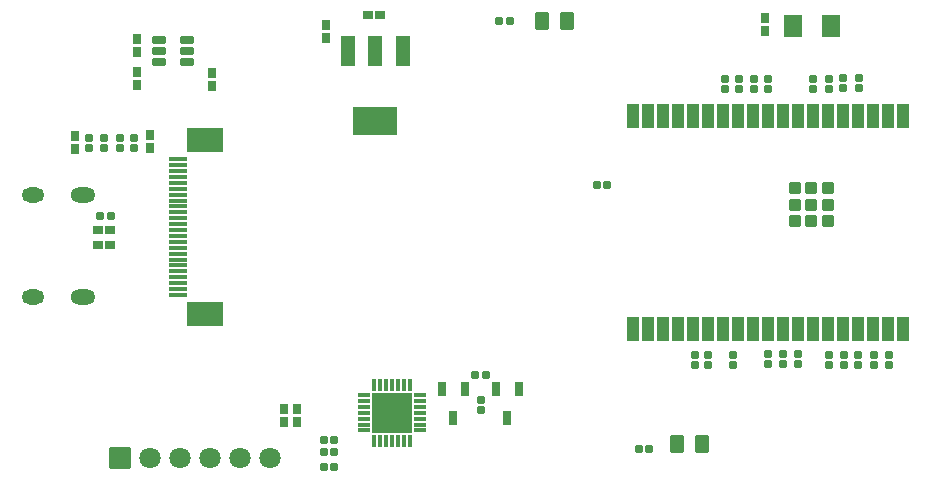
<source format=gts>
G04 Layer: TopSolderMaskLayer*
G04 EasyEDA v6.5.23, 2023-05-27 11:47:03*
G04 dba0e08a7a4f4acbaa45d03accf02bcc,0a61cb7f7b51421fbede6d33e3e5ec82,10*
G04 Gerber Generator version 0.2*
G04 Scale: 100 percent, Rotated: No, Reflected: No *
G04 Dimensions in inches *
G04 leading zeros omitted , absolute positions ,3 integer and 6 decimal *
%FSLAX36Y36*%
%MOIN*%

%AMMACRO1*1,1,$1,$2,$3*1,1,$1,$4,$5*1,1,$1,0-$2,0-$3*1,1,$1,0-$4,0-$5*20,1,$1,$2,$3,$4,$5,0*20,1,$1,$4,$5,0-$2,0-$3,0*20,1,$1,0-$2,0-$3,0-$4,0-$5,0*20,1,$1,0-$4,0-$5,$2,$3,0*4,1,4,$2,$3,$4,$5,0-$2,0-$3,0-$4,0-$5,$2,$3,0*%
%ADD10O,0.074866X0.051244000000000005*%
%ADD11O,0.08274000000000001X0.051244000000000005*%
%ADD12MACRO1,0.004X0.0106X-0.0111X-0.0106X-0.0111*%
%ADD13MACRO1,0.004X0.0106X0.0111X-0.0106X0.0111*%
%ADD14MACRO1,0.004X0.0295X0.0059X0.0295X-0.0059*%
%ADD15MACRO1,0.004X0.0591X0.0394X0.0591X-0.0394*%
%ADD16R,0.1221X0.0827*%
%ADD17MACRO1,0.004X0.0197X-0.0275X-0.0197X-0.0275*%
%ADD18MACRO1,0.004X-0.0111X-0.0106X-0.0111X0.0106*%
%ADD19MACRO1,0.004X0.0111X-0.0106X0.0111X0.0106*%
%ADD20MACRO1,0.004X-0.0106X0.0156X0.0106X0.0156*%
%ADD21MACRO1,0.004X-0.0106X-0.0156X0.0106X-0.0156*%
%ADD22MACRO1,0.004X-0.0156X-0.0106X-0.0156X0.0106*%
%ADD23MACRO1,0.004X0.0156X-0.0106X0.0156X0.0106*%
%ADD24MACRO1,0.004X0.0106X-0.0156X-0.0106X-0.0156*%
%ADD25MACRO1,0.004X0.0106X0.0156X-0.0106X0.0156*%
%ADD26MACRO1,0.004X0.0156X0.0106X0.0156X-0.0106*%
%ADD27MACRO1,0.004X-0.0156X0.0106X-0.0156X-0.0106*%
%ADD28MACRO1,0.004X-0.0292X-0.034X-0.0292X0.034*%
%ADD29MACRO1,0.004X0.0292X-0.034X0.0292X0.034*%
%ADD30MACRO1,0.004X-0.0335X0.0335X0.0335X0.0335*%
%ADD31C,0.0709*%
%ADD32MACRO1,0.004X-0.0118X-0.0211X-0.0118X0.0211*%
%ADD33MACRO1,0.004X0.0111X0.0106X0.0111X-0.0106*%
%ADD34MACRO1,0.004X-0.0111X0.0106X-0.0111X-0.0106*%
%ADD35MACRO1,0.004X-0.0106X0.0111X0.0106X0.0111*%
%ADD36MACRO1,0.004X-0.0106X-0.0111X0.0106X-0.0111*%
%ADD37MACRO1,0.004X0.0177X0.0394X0.0177X-0.0394*%
%ADD38MACRO1,0.004X0.0177X0.0177X0.0177X-0.0177*%
%ADD39MACRO1,0.004X-0.0217X-0.0492X-0.0217X0.0492*%
%ADD40MACRO1,0.004X-0.0709X0.0461X0.0709X0.0461*%
%ADD41MACRO1,0.004X-0.0178X0.0055X0.0178X0.0055*%
%ADD42MACRO1,0.004X-0.0055X0.0178X0.0055X0.0178*%
%ADD43MACRO1,0.004X-0.0659X0.0659X0.0659X0.0659*%
%ADD44MACRO1,0.004X-0.0211X-0.0105X-0.0211X0.0105*%
%ADD45C,0.0102*%

%LPD*%
D10*
G01*
X324920Y1694920D03*
G01*
X324920Y2035079D03*
D11*
G01*
X489490Y2035079D03*
G01*
X489490Y1694920D03*
D12*
G01*
X2775000Y2422040D03*
D13*
G01*
X2775000Y2387959D03*
D12*
G01*
X2629000Y2422040D03*
D13*
G01*
X2629000Y2387959D03*
D12*
G01*
X2726999Y2422040D03*
D13*
G01*
X2726999Y2387959D03*
D12*
G01*
X2675999Y2422040D03*
D13*
G01*
X2675999Y2387959D03*
D14*
G01*
X806560Y2155181D03*
G01*
X806560Y2135515D03*
G01*
X806560Y2115834D03*
G01*
X806560Y2096144D03*
G01*
X806560Y2076465D03*
G01*
X806560Y2056775D03*
G01*
X806560Y2037094D03*
G01*
X806560Y2017404D03*
G01*
X806560Y1997725D03*
G01*
X806560Y1978034D03*
G01*
X806560Y1958354D03*
G01*
X806560Y1938665D03*
G01*
X806560Y1918985D03*
G01*
X806560Y1899294D03*
G01*
X806510Y1879764D03*
G01*
X806529Y1859950D03*
G01*
X806574Y1840249D03*
G01*
X806560Y1820580D03*
G01*
X806560Y1800899D03*
G01*
X806439Y1781130D03*
G01*
X806439Y1761429D03*
G01*
X806439Y1741760D03*
G01*
X806439Y1722059D03*
G01*
X806439Y1702369D03*
D15*
G01*
X895304Y2220374D03*
D16*
G01*
X895559Y1637620D03*
D17*
G01*
X2020649Y2617000D03*
G01*
X2103350Y2617000D03*
G01*
X2470649Y1207000D03*
G01*
X2553350Y1207000D03*
D18*
G01*
X1912040Y2615000D03*
D19*
G01*
X1877959Y2615000D03*
D18*
G01*
X2377040Y1190000D03*
D19*
G01*
X2342959Y1190000D03*
D20*
G01*
X1205000Y1278541D03*
D21*
G01*
X1205000Y1321458D03*
D22*
G01*
X581458Y1920000D03*
D23*
G01*
X538541Y1920000D03*
D20*
G01*
X465000Y2188541D03*
D21*
G01*
X465000Y2231459D03*
D24*
G01*
X2765000Y2626459D03*
D25*
G01*
X2765000Y2583541D03*
D20*
G01*
X1300000Y2558541D03*
D21*
G01*
X1300000Y2601459D03*
D26*
G01*
X1438540Y2635000D03*
D27*
G01*
X1481459Y2635000D03*
D20*
G01*
X1160000Y1278541D03*
D21*
G01*
X1160000Y1321458D03*
D20*
G01*
X670000Y2403541D03*
D21*
G01*
X670000Y2446459D03*
D24*
G01*
X670000Y2556459D03*
D25*
G01*
X670000Y2513541D03*
D24*
G01*
X920000Y2441459D03*
D25*
G01*
X920000Y2398541D03*
D20*
G01*
X715000Y2193541D03*
D21*
G01*
X715000Y2236459D03*
D22*
G01*
X581458Y1870000D03*
D23*
G01*
X538541Y1870000D03*
D28*
G01*
X2982696Y2600000D03*
D29*
G01*
X2857303Y2600000D03*
D30*
G01*
X615000Y1160000D03*
D31*
G01*
X715000Y1160000D03*
G01*
X815000Y1160000D03*
G01*
X915000Y1160000D03*
G01*
X1015000Y1160000D03*
G01*
X1115000Y1160000D03*
D32*
G01*
X1762399Y1388622D03*
G01*
X1687600Y1388622D03*
G01*
X1725000Y1291377D03*
G01*
X1942399Y1388622D03*
G01*
X1867600Y1388622D03*
G01*
X1905000Y1291377D03*
D33*
G01*
X1292959Y1130000D03*
D34*
G01*
X1327040Y1130000D03*
D18*
G01*
X1327040Y1220000D03*
D19*
G01*
X1292959Y1220000D03*
D18*
G01*
X1327040Y1180000D03*
D19*
G01*
X1292959Y1180000D03*
D35*
G01*
X3075000Y1468959D03*
D36*
G01*
X3075000Y1503040D03*
D35*
G01*
X3026999Y1468959D03*
D36*
G01*
X3026999Y1503040D03*
D33*
G01*
X1797959Y1435000D03*
D34*
G01*
X1832040Y1435000D03*
D12*
G01*
X1815999Y1352040D03*
D13*
G01*
X1815999Y1317959D03*
D33*
G01*
X2203959Y2067999D03*
D34*
G01*
X2238040Y2067999D03*
D35*
G01*
X3176999Y1468959D03*
D36*
G01*
X3176999Y1503040D03*
D35*
G01*
X2658000Y1468959D03*
D36*
G01*
X2658000Y1503040D03*
D35*
G01*
X3125999Y1469959D03*
D36*
G01*
X3125999Y1504040D03*
D35*
G01*
X2975999Y1468959D03*
D36*
G01*
X2975999Y1503040D03*
D35*
G01*
X2775000Y1471959D03*
D36*
G01*
X2775000Y1506040D03*
D12*
G01*
X3076999Y2425040D03*
D13*
G01*
X3076999Y2390959D03*
D12*
G01*
X3024000Y2425040D03*
D13*
G01*
X3024000Y2390959D03*
D12*
G01*
X2976999Y2424040D03*
D13*
G01*
X2976999Y2389959D03*
D12*
G01*
X2923000Y2423040D03*
D13*
G01*
X2923000Y2388959D03*
D35*
G01*
X2825000Y1471959D03*
D36*
G01*
X2825000Y1506040D03*
D35*
G01*
X2874000Y1471959D03*
D36*
G01*
X2874000Y1506040D03*
D18*
G01*
X582040Y1965000D03*
D19*
G01*
X547959Y1965000D03*
D35*
G01*
X660000Y2192959D03*
D36*
G01*
X660000Y2227040D03*
D35*
G01*
X560000Y2192959D03*
D36*
G01*
X560000Y2227040D03*
D35*
G01*
X615000Y2192959D03*
D36*
G01*
X615000Y2227040D03*
D35*
G01*
X510000Y2192959D03*
D36*
G01*
X510000Y2227040D03*
D35*
G01*
X2575000Y1467959D03*
D36*
G01*
X2575000Y1502040D03*
D35*
G01*
X2530000Y1467959D03*
D36*
G01*
X2530000Y1502040D03*
D37*
G01*
X3225005Y2299327D03*
G01*
X3175005Y2299327D03*
G01*
X3125005Y2299327D03*
G01*
X3075005Y2299327D03*
G01*
X3025005Y2299327D03*
G01*
X2975005Y2299327D03*
G01*
X2925005Y2299327D03*
G01*
X2875005Y2299327D03*
G01*
X2825005Y2299327D03*
G01*
X2775005Y2299327D03*
G01*
X2725005Y2299327D03*
G01*
X2675005Y2299327D03*
G01*
X2625005Y2299327D03*
G01*
X2575005Y2299327D03*
G01*
X2525005Y2299327D03*
G01*
X2475005Y2299327D03*
G01*
X2425005Y2299327D03*
G01*
X2375005Y2299327D03*
G01*
X2325005Y2299327D03*
G01*
X2325005Y1590670D03*
G01*
X2375005Y1590670D03*
G01*
X2425005Y1590670D03*
G01*
X2475005Y1590670D03*
G01*
X2525005Y1590670D03*
G01*
X2575005Y1590670D03*
G01*
X2625005Y1590670D03*
G01*
X2675005Y1590670D03*
G01*
X2725005Y1590670D03*
G01*
X2775005Y1590670D03*
G01*
X2825005Y1590670D03*
G01*
X2875005Y1590670D03*
G01*
X2925005Y1590670D03*
G01*
X2975005Y1590670D03*
G01*
X3025005Y1590670D03*
G01*
X3075005Y1590670D03*
G01*
X3125005Y1590670D03*
G01*
X3175005Y1590670D03*
G01*
X3225005Y1590670D03*
D38*
G01*
X2917525Y2004049D03*
G01*
X2917525Y2058978D03*
G01*
X2917525Y1949132D03*
G01*
X2972442Y2058977D03*
G01*
X2972442Y2004050D03*
G01*
X2972442Y1949133D03*
G01*
X2862608Y2058978D03*
G01*
X2862607Y2004049D03*
G01*
X2862608Y1949132D03*
D39*
G01*
X1555550Y2516926D03*
G01*
X1465000Y2516926D03*
G01*
X1374449Y2516926D03*
D40*
G01*
X1465000Y2283070D03*
D41*
G01*
X1426400Y1369049D03*
G01*
X1426400Y1349369D03*
G01*
X1426400Y1329680D03*
G01*
X1426400Y1310000D03*
G01*
X1426400Y1290309D03*
G01*
X1426400Y1270630D03*
G01*
X1426400Y1250940D03*
D42*
G01*
X1460950Y1216399D03*
G01*
X1480630Y1216399D03*
G01*
X1500320Y1216399D03*
G01*
X1520000Y1216399D03*
G01*
X1539690Y1216399D03*
G01*
X1559369Y1216399D03*
G01*
X1579059Y1216399D03*
D41*
G01*
X1613599Y1250940D03*
G01*
X1613599Y1270630D03*
G01*
X1613599Y1290309D03*
G01*
X1613599Y1310000D03*
G01*
X1613599Y1329680D03*
G01*
X1613599Y1349369D03*
G01*
X1613599Y1369049D03*
D42*
G01*
X1579059Y1403600D03*
G01*
X1559369Y1403600D03*
G01*
X1539690Y1403600D03*
G01*
X1520000Y1403600D03*
G01*
X1500320Y1403600D03*
G01*
X1480630Y1403600D03*
G01*
X1460950Y1403600D03*
D43*
G01*
X1520000Y1310000D03*
D44*
G01*
X835240Y2477600D03*
G01*
X835240Y2515000D03*
G01*
X835240Y2552400D03*
G01*
X744759Y2552400D03*
G01*
X744759Y2515000D03*
G01*
X744759Y2477600D03*
M02*

</source>
